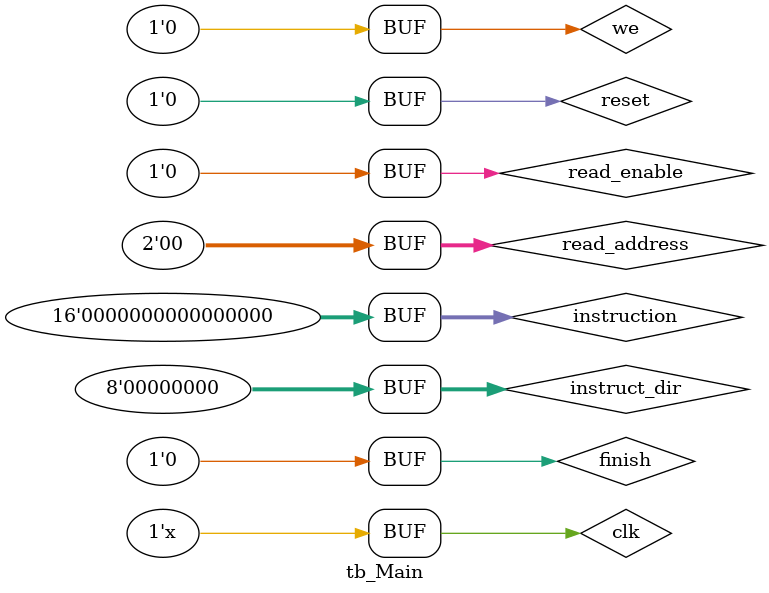
<source format=v>
`timescale 1ns / 1ps
module tb_Main(
    );

	reg clk;
	reg we;
	reg [15:0] instruction;
	reg [7:0] instruct_dir;
	reg read_enable;
	reg [1:0] read_address;
	reg finish;
	reg reset;
	wire is_zero;
	wire is_ovf;
	wire is_sign;
	wire [7:0] register;
	wire [7:0] LED;
	Main main(clk, we, instruction, instruct_dir, read_enable,read_address, finish, reset, is_zero, is_ovf, is_sign, register, LED);
	
	initial 
	begin
		clk = 0;
		we = 0;
		reset =0;
		instruction = 0;
		instruct_dir=0;
		read_enable = 0;
		read_address = 0;
		finish = 0;
		#20;
		reset = 1;
		#20;
		reset = 0;
		#60;
		read_address = 1;
		#20;
		read_address = 2;
		#20;
		read_address = 3;
		#20;
		read_address = 0;
	end
	
	always
	begin
		#10;
		clk = !clk;
	end

endmodule

</source>
